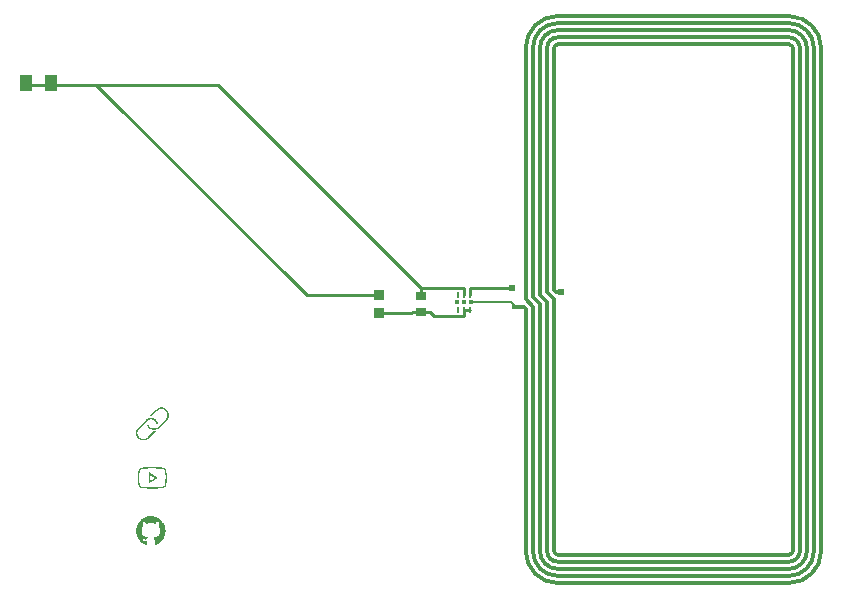
<source format=gtl>
G04 Layer: TopLayer*
G04 EasyEDA v6.5.34, 2023-09-01 08:25:12*
G04 cc2bbb75409f4265bb42bba671d4d825,5105ad0bdac541d6bd466d525955c20a,10*
G04 Gerber Generator version 0.2*
G04 Scale: 100 percent, Rotated: No, Reflected: No *
G04 Dimensions in millimeters *
G04 leading zeros omitted , absolute positions ,4 integer and 5 decimal *
%FSLAX45Y45*%
%MOMM*%

%AMMACRO1*21,1,$1,$2,0,0,$3*%
%ADD10C,0.2540*%
%ADD11C,0.2030*%
%ADD12C,0.3000*%
%ADD13R,0.7500X0.3000*%
%ADD14R,0.9000X0.8000*%
%ADD15MACRO1,1X1.3995X0.0000*%
%ADD16R,1.0000X1.3995*%
%ADD17MACRO1,0.864X0.8065X0.0000*%
%ADD18R,0.8640X0.8065*%
%ADD19R,0.2800X0.5000*%
%ADD20R,0.4500X0.3000*%
%ADD21R,0.3000X0.3000*%
%ADD22C,0.6100*%
%ADD23C,0.6096*%
%ADD24C,0.0117*%

%LPD*%
G36*
X3060801Y-4361180D02*
G01*
X3049473Y-4361688D01*
X3043936Y-4362297D01*
X3033064Y-4364278D01*
X3022549Y-4367225D01*
X3012440Y-4370984D01*
X3002788Y-4375607D01*
X2993593Y-4381042D01*
X2984957Y-4387189D01*
X2980791Y-4390542D01*
X2973019Y-4397756D01*
X2965856Y-4405630D01*
X2959404Y-4414062D01*
X2953613Y-4423054D01*
X2948635Y-4432554D01*
X2944469Y-4442510D01*
X2941116Y-4452924D01*
X2939796Y-4458258D01*
X2937865Y-4469231D01*
X2937205Y-4474819D01*
X2936697Y-4486198D01*
X2936849Y-4492091D01*
X2937256Y-4497882D01*
X2937916Y-4503623D01*
X2938830Y-4509312D01*
X2941370Y-4520336D01*
X2944926Y-4530953D01*
X2949295Y-4541164D01*
X2954578Y-4550867D01*
X2960624Y-4560011D01*
X2967482Y-4568545D01*
X2971139Y-4572609D01*
X2979013Y-4580178D01*
X2987497Y-4587036D01*
X2996590Y-4593132D01*
X3001314Y-4595926D01*
X3011220Y-4600803D01*
X3021533Y-4604766D01*
X3025495Y-4604816D01*
X3028086Y-4603496D01*
X3029508Y-4601311D01*
X3029966Y-4598771D01*
X3029762Y-4575606D01*
X3018078Y-4577080D01*
X3008680Y-4576419D01*
X3001416Y-4574184D01*
X2995980Y-4570933D01*
X2992170Y-4567377D01*
X2989732Y-4564075D01*
X2983585Y-4551730D01*
X2979115Y-4546142D01*
X2975660Y-4543298D01*
X2974289Y-4542485D01*
X2969666Y-4538065D01*
X2970479Y-4535779D01*
X2973425Y-4534966D01*
X2975152Y-4534814D01*
X2983382Y-4537202D01*
X2989376Y-4541570D01*
X2993034Y-4545787D01*
X2998673Y-4553712D01*
X3003550Y-4557776D01*
X3008630Y-4560163D01*
X3013760Y-4561230D01*
X3018739Y-4561230D01*
X3023260Y-4560468D01*
X3027222Y-4559300D01*
X3030372Y-4558030D01*
X3031540Y-4552442D01*
X3033369Y-4547768D01*
X3035655Y-4544060D01*
X3038195Y-4541266D01*
X3027883Y-4539742D01*
X3022752Y-4538573D01*
X3017774Y-4537151D01*
X3012897Y-4535322D01*
X3008223Y-4533138D01*
X3003804Y-4530445D01*
X2999638Y-4527346D01*
X2995777Y-4523638D01*
X2992323Y-4519422D01*
X2989275Y-4514545D01*
X2986684Y-4509058D01*
X2984550Y-4502861D01*
X2983026Y-4495901D01*
X2982010Y-4488129D01*
X2981706Y-4479544D01*
X2982620Y-4469790D01*
X2985160Y-4460951D01*
X2989173Y-4453026D01*
X2994456Y-4446016D01*
X2993136Y-4441952D01*
X2992069Y-4434738D01*
X2992424Y-4424883D01*
X2995676Y-4412945D01*
X2997657Y-4412640D01*
X3000248Y-4412742D01*
X3003854Y-4413300D01*
X3008579Y-4414621D01*
X3014472Y-4416958D01*
X3021533Y-4420565D01*
X3029762Y-4425746D01*
X3034842Y-4424476D01*
X3045155Y-4422648D01*
X3055569Y-4421733D01*
X3060801Y-4421632D01*
X3068675Y-4421886D01*
X3076549Y-4422698D01*
X3084271Y-4423968D01*
X3091840Y-4425746D01*
X3100070Y-4420565D01*
X3107131Y-4416958D01*
X3112973Y-4414621D01*
X3117748Y-4413300D01*
X3121355Y-4412742D01*
X3123895Y-4412640D01*
X3125927Y-4412945D01*
X3129127Y-4424883D01*
X3129534Y-4434738D01*
X3128416Y-4441952D01*
X3127146Y-4446016D01*
X3132531Y-4453026D01*
X3136544Y-4460951D01*
X3139033Y-4469790D01*
X3139897Y-4479544D01*
X3139541Y-4488129D01*
X3138576Y-4495901D01*
X3137052Y-4502810D01*
X3134918Y-4509008D01*
X3132328Y-4514545D01*
X3129280Y-4519371D01*
X3125774Y-4523587D01*
X3121964Y-4527245D01*
X3117748Y-4530394D01*
X3113328Y-4533036D01*
X3108655Y-4535220D01*
X3103727Y-4537049D01*
X3098749Y-4538522D01*
X3093567Y-4539691D01*
X3083204Y-4541266D01*
X3086404Y-4544872D01*
X3089097Y-4549902D01*
X3090926Y-4556404D01*
X3091637Y-4564430D01*
X3091434Y-4598771D01*
X3091840Y-4601311D01*
X3093313Y-4603496D01*
X3095904Y-4604816D01*
X3099816Y-4604766D01*
X3110179Y-4600803D01*
X3120034Y-4595926D01*
X3129432Y-4590186D01*
X3138220Y-4583684D01*
X3146399Y-4576470D01*
X3150260Y-4572609D01*
X3157423Y-4564380D01*
X3163874Y-4555490D01*
X3169564Y-4546092D01*
X3174390Y-4536135D01*
X3178352Y-4525721D01*
X3181400Y-4514850D01*
X3182569Y-4509312D01*
X3183483Y-4503623D01*
X3184144Y-4497882D01*
X3184550Y-4492091D01*
X3184702Y-4486198D01*
X3184194Y-4474819D01*
X3183585Y-4469231D01*
X3181654Y-4458258D01*
X3180334Y-4452924D01*
X3177032Y-4442510D01*
X3172866Y-4432554D01*
X3167837Y-4423054D01*
X3165094Y-4418482D01*
X3158947Y-4409744D01*
X3152140Y-4401616D01*
X3144672Y-4394098D01*
X3136544Y-4387189D01*
X3127908Y-4381042D01*
X3118713Y-4375607D01*
X3109061Y-4370984D01*
X3098952Y-4367225D01*
X3088436Y-4364278D01*
X3077616Y-4362297D01*
X3072079Y-4361688D01*
G37*
G36*
X3072536Y-3947210D02*
G01*
X3044952Y-3947718D01*
X3019501Y-3949141D01*
X2997606Y-3951325D01*
X2988411Y-3952646D01*
X2980588Y-3954068D01*
X2976016Y-3955389D01*
X2971596Y-3957269D01*
X2967532Y-3959656D01*
X2963926Y-3962501D01*
X2960725Y-3965854D01*
X2958134Y-3969664D01*
X2956153Y-3973931D01*
X2954934Y-3978656D01*
X2953258Y-3990187D01*
X2951784Y-4004106D01*
X2950718Y-4020312D01*
X2950311Y-4038600D01*
X2961741Y-4038600D01*
X2962148Y-4020210D01*
X2963214Y-4004411D01*
X2964637Y-3991305D01*
X2966313Y-3980942D01*
X2969260Y-3974084D01*
X2974187Y-3969562D01*
X2979318Y-3966870D01*
X2982874Y-3965498D01*
X2990646Y-3964076D01*
X2999790Y-3962755D01*
X3021279Y-3960571D01*
X3046018Y-3959148D01*
X3072536Y-3958640D01*
X3087573Y-3958793D01*
X3101746Y-3959199D01*
X3114954Y-3959860D01*
X3138068Y-3961688D01*
X3156000Y-3963822D01*
X3162757Y-3964940D01*
X3168802Y-3967276D01*
X3173831Y-3970731D01*
X3177489Y-3975150D01*
X3179318Y-3980332D01*
X3181654Y-3994251D01*
X3183483Y-4008577D01*
X3184652Y-4023156D01*
X3185058Y-4038041D01*
X3184245Y-4055567D01*
X3182823Y-4071315D01*
X3181096Y-4085082D01*
X3179318Y-4096867D01*
X3176524Y-4103674D01*
X3171698Y-4108196D01*
X3166567Y-4110888D01*
X3162757Y-4112260D01*
X3154426Y-4113733D01*
X3144977Y-4115054D01*
X3134563Y-4116222D01*
X3111500Y-4118000D01*
X3099155Y-4118610D01*
X3073654Y-4119118D01*
X3054451Y-4118864D01*
X3041853Y-4118457D01*
X3018078Y-4116933D01*
X3007207Y-4115866D01*
X2997301Y-4114596D01*
X2988513Y-4113123D01*
X2984601Y-4112260D01*
X2978556Y-4109923D01*
X2973527Y-4106468D01*
X2969920Y-4102049D01*
X2968040Y-4096867D01*
X2966466Y-4090619D01*
X2965145Y-4083964D01*
X2964027Y-4076954D01*
X2963164Y-4069638D01*
X2962097Y-4054348D01*
X2961741Y-4038600D01*
X2950311Y-4038600D01*
X2950718Y-4056786D01*
X2951835Y-4072890D01*
X2953461Y-4086809D01*
X2955442Y-4098544D01*
X2956712Y-4103115D01*
X2958693Y-4107281D01*
X2961284Y-4111091D01*
X2964484Y-4114495D01*
X2968142Y-4117390D01*
X2972155Y-4119829D01*
X2976524Y-4121759D01*
X2981147Y-4123131D01*
X2989326Y-4124553D01*
X2998673Y-4125874D01*
X3020517Y-4128058D01*
X3045663Y-4129481D01*
X3073095Y-4129989D01*
X3100578Y-4129481D01*
X3125724Y-4128058D01*
X3147568Y-4125874D01*
X3156915Y-4124553D01*
X3165043Y-4123131D01*
X3169666Y-4121810D01*
X3174034Y-4119930D01*
X3178098Y-4117543D01*
X3181756Y-4114698D01*
X3184956Y-4111345D01*
X3187547Y-4107535D01*
X3189528Y-4103268D01*
X3190748Y-4098544D01*
X3192526Y-4086707D01*
X3194253Y-4072585D01*
X3195675Y-4056329D01*
X3196488Y-4038041D01*
X3195980Y-4019753D01*
X3194659Y-4003497D01*
X3192830Y-3989374D01*
X3190748Y-3977487D01*
X3189528Y-3972966D01*
X3187547Y-3968750D01*
X3184956Y-3964940D01*
X3181756Y-3961587D01*
X3178098Y-3958640D01*
X3174034Y-3956202D01*
X3169666Y-3954272D01*
X3165043Y-3952951D01*
X3147466Y-3950817D01*
X3125419Y-3948988D01*
X3100120Y-3947718D01*
G37*
G36*
X3041700Y-3992930D02*
G01*
X3041700Y-4012336D01*
X3053130Y-4012336D01*
X3098800Y-4038600D01*
X3053130Y-4064863D01*
X3053130Y-4012336D01*
X3041700Y-4012336D01*
X3041700Y-4084269D01*
X3121660Y-4038600D01*
G37*
G36*
X3149600Y-3441700D02*
G01*
X3143504Y-3442004D01*
X3137458Y-3442868D01*
X3131515Y-3444290D01*
X3125724Y-3446322D01*
X3120085Y-3448964D01*
X3114649Y-3452164D01*
X3109518Y-3455924D01*
X3104692Y-3460292D01*
X3045561Y-3519424D01*
X3053029Y-3518306D01*
X3060649Y-3517950D01*
X3064916Y-3518052D01*
X3113684Y-3469284D01*
X3118866Y-3464712D01*
X3124504Y-3461004D01*
X3130499Y-3458108D01*
X3136696Y-3456025D01*
X3143097Y-3454806D01*
X3149600Y-3454400D01*
X3156102Y-3454806D01*
X3162503Y-3456025D01*
X3168700Y-3458108D01*
X3174695Y-3461004D01*
X3180334Y-3464712D01*
X3185515Y-3469284D01*
X3190087Y-3474465D01*
X3193796Y-3480104D01*
X3196691Y-3486099D01*
X3198774Y-3492296D01*
X3199993Y-3498697D01*
X3200400Y-3505200D01*
X3199993Y-3511702D01*
X3198774Y-3518103D01*
X3196691Y-3524300D01*
X3193796Y-3530295D01*
X3190087Y-3535934D01*
X3185515Y-3541115D01*
X3122015Y-3604564D01*
X3116834Y-3609136D01*
X3111195Y-3612845D01*
X3105251Y-3615740D01*
X3099003Y-3617823D01*
X3092602Y-3619042D01*
X3086150Y-3619449D01*
X3079648Y-3619042D01*
X3073247Y-3617823D01*
X3066999Y-3615740D01*
X3061055Y-3612845D01*
X3055416Y-3609136D01*
X3050235Y-3604564D01*
X3045764Y-3599535D01*
X3042158Y-3594100D01*
X3039262Y-3588308D01*
X3037179Y-3582263D01*
X3027172Y-3592271D01*
X3029813Y-3597960D01*
X3033014Y-3603447D01*
X3036824Y-3608679D01*
X3041243Y-3613556D01*
X3046069Y-3617925D01*
X3051200Y-3621684D01*
X3056585Y-3624884D01*
X3062224Y-3627526D01*
X3068066Y-3629558D01*
X3074009Y-3630980D01*
X3080054Y-3631844D01*
X3086150Y-3632149D01*
X3092196Y-3631844D01*
X3098241Y-3630980D01*
X3104184Y-3629558D01*
X3110026Y-3627526D01*
X3115665Y-3624884D01*
X3121050Y-3621684D01*
X3126181Y-3617925D01*
X3131007Y-3613556D01*
X3194507Y-3550107D01*
X3198876Y-3545281D01*
X3202635Y-3540150D01*
X3205835Y-3534714D01*
X3208426Y-3529076D01*
X3210458Y-3523284D01*
X3211931Y-3517341D01*
X3212795Y-3511296D01*
X3213100Y-3505200D01*
X3212795Y-3499104D01*
X3211931Y-3493058D01*
X3210458Y-3487115D01*
X3208426Y-3481273D01*
X3205835Y-3475634D01*
X3202635Y-3470249D01*
X3198876Y-3465118D01*
X3194507Y-3460292D01*
X3189681Y-3455924D01*
X3184550Y-3452164D01*
X3179165Y-3448964D01*
X3173526Y-3446322D01*
X3167684Y-3444290D01*
X3161741Y-3442868D01*
X3155696Y-3442004D01*
G37*
G36*
X3060649Y-3530650D02*
G01*
X3054604Y-3530904D01*
X3048558Y-3531819D01*
X3042564Y-3533241D01*
X3036773Y-3535273D01*
X3031134Y-3537915D01*
X3025698Y-3541115D01*
X3020568Y-3544874D01*
X3015742Y-3549243D01*
X2952292Y-3612692D01*
X2947924Y-3617518D01*
X2944164Y-3622649D01*
X2940964Y-3628085D01*
X2938373Y-3633724D01*
X2936290Y-3639515D01*
X2934868Y-3645458D01*
X2934004Y-3651504D01*
X2933700Y-3657600D01*
X2934004Y-3663696D01*
X2934868Y-3669741D01*
X2936290Y-3675684D01*
X2938373Y-3681526D01*
X2940964Y-3687114D01*
X2944164Y-3692550D01*
X2947924Y-3697681D01*
X2952292Y-3702507D01*
X2957118Y-3706876D01*
X2962249Y-3710635D01*
X2967634Y-3713835D01*
X2973273Y-3716426D01*
X2979115Y-3718458D01*
X2985058Y-3719931D01*
X2991104Y-3720795D01*
X2997200Y-3721100D01*
X3003296Y-3720795D01*
X3009341Y-3719931D01*
X3015284Y-3718458D01*
X3021076Y-3716426D01*
X3026714Y-3713835D01*
X3032150Y-3710635D01*
X3037281Y-3706876D01*
X3042056Y-3702507D01*
X3101238Y-3643376D01*
X3093770Y-3644493D01*
X3086150Y-3644849D01*
X3081883Y-3644747D01*
X3033115Y-3693515D01*
X3027883Y-3698087D01*
X3022295Y-3701796D01*
X3016300Y-3704691D01*
X3010103Y-3706723D01*
X3003702Y-3707993D01*
X2997200Y-3708400D01*
X2990697Y-3707993D01*
X2984296Y-3706774D01*
X2978099Y-3704691D01*
X2972104Y-3701796D01*
X2966466Y-3698087D01*
X2961284Y-3693515D01*
X2956712Y-3688334D01*
X2953004Y-3682695D01*
X2950108Y-3676700D01*
X2948025Y-3670503D01*
X2946806Y-3664102D01*
X2946400Y-3657600D01*
X2946806Y-3651097D01*
X2948025Y-3644696D01*
X2950108Y-3638499D01*
X2953004Y-3632504D01*
X2956712Y-3626865D01*
X2961284Y-3621684D01*
X3024733Y-3558184D01*
X3029966Y-3553663D01*
X3035554Y-3549954D01*
X3041548Y-3547059D01*
X3047796Y-3544976D01*
X3054197Y-3543757D01*
X3060649Y-3543300D01*
X3067151Y-3543757D01*
X3073552Y-3544976D01*
X3079800Y-3547059D01*
X3085744Y-3549954D01*
X3091383Y-3553663D01*
X3096564Y-3558184D01*
X3100984Y-3563213D01*
X3104642Y-3568649D01*
X3107537Y-3574389D01*
X3109620Y-3580434D01*
X3119628Y-3570478D01*
X3116986Y-3564737D01*
X3113786Y-3559301D01*
X3109976Y-3554120D01*
X3105556Y-3549243D01*
X3100730Y-3544874D01*
X3095599Y-3541115D01*
X3090214Y-3537915D01*
X3084576Y-3535273D01*
X3078734Y-3533241D01*
X3072790Y-3531819D01*
X3066745Y-3530904D01*
G37*
D10*
X4991100Y-2490063D02*
G01*
X4379823Y-2490063D01*
X2599608Y-711200D01*
X2565400Y-711200D01*
X2015997Y-711200D02*
G01*
X2563875Y-711200D01*
X2565372Y-711200D01*
D11*
X6151397Y-2592400D02*
G01*
X6111692Y-2552694D01*
X5774992Y-2552694D01*
D10*
X5715000Y-2434742D02*
G01*
X5707684Y-2427427D01*
X5346700Y-2427427D01*
X5715000Y-2487701D02*
G01*
X5715000Y-2434742D01*
X5346700Y-2495397D02*
G01*
X5346700Y-2427427D01*
X2225929Y-711200D02*
G01*
X3630470Y-711200D01*
X5346700Y-2427429D01*
X5764987Y-2617698D02*
G01*
X5715000Y-2617698D01*
X5346700Y-2635402D02*
G01*
X5419674Y-2635402D01*
X5715000Y-2670657D02*
G01*
X5713095Y-2672562D01*
X5456834Y-2672562D01*
X5419674Y-2635402D01*
X5715000Y-2617698D02*
G01*
X5715000Y-2670657D01*
X4991100Y-2640736D02*
G01*
X5268391Y-2640736D01*
X5273725Y-2635402D01*
X5346700Y-2635402D02*
G01*
X5273725Y-2635402D01*
X6532397Y-2465400D02*
G01*
X6491401Y-2465400D01*
X6474891Y-2448890D01*
X6474891Y-398906D01*
X6474993Y-396443D01*
X6475298Y-393979D01*
X6475806Y-391566D01*
X6476491Y-389204D01*
X6477406Y-386918D01*
X6478473Y-384682D01*
X6479743Y-382574D01*
X6481165Y-380568D01*
X6482740Y-378663D01*
X6484493Y-376910D01*
X6486372Y-375310D01*
X6488353Y-373862D01*
X6490487Y-372592D01*
X6492697Y-371500D01*
X6494983Y-370586D01*
X6497345Y-369874D01*
X6499758Y-369341D01*
X6502196Y-369036D01*
X6504660Y-368909D01*
X6504914Y-368909D01*
X5764987Y-2487701D02*
G01*
X5764987Y-2434742D01*
X5764987Y-2434742D02*
G01*
X6114592Y-2434742D01*
D12*
X8494902Y-4658893D02*
G01*
X8494902Y-398906D01*
X8554897Y-4658893D02*
G01*
X8554897Y-398906D01*
X8614892Y-4658893D02*
G01*
X8614892Y-398906D01*
X8674887Y-4658893D02*
G01*
X8674887Y-398906D01*
X8734907Y-4658893D02*
G01*
X8734907Y-398906D01*
X6504914Y-4688890D02*
G01*
X8464905Y-4688890D01*
X6504914Y-4748885D02*
G01*
X8464905Y-4748885D01*
X6504914Y-4808905D02*
G01*
X8464905Y-4808905D01*
X6504914Y-4868900D02*
G01*
X8464905Y-4868900D01*
X6504914Y-4928895D02*
G01*
X8464905Y-4928895D01*
X6504914Y-368909D02*
G01*
X8464905Y-368909D01*
X6504914Y-308914D02*
G01*
X8464905Y-308914D01*
X6504914Y-248894D02*
G01*
X8464905Y-248894D01*
X6504914Y-188899D02*
G01*
X8464905Y-188899D01*
X6504914Y-128904D02*
G01*
X8464905Y-128904D01*
X6474891Y-4658893D02*
G01*
X6474891Y-2528900D01*
X6414897Y-2468905D01*
X6414897Y-398906D01*
X6354902Y-4658893D02*
G01*
X6354902Y-2568905D01*
X6294907Y-2508910D01*
X6294907Y-398906D01*
X6414897Y-4658893D02*
G01*
X6414897Y-2548889D01*
X6354902Y-2488895D01*
X6354902Y-398906D01*
X6294907Y-4658893D02*
G01*
X6294907Y-2588895D01*
X6234912Y-2528900D01*
X6234912Y-398906D01*
X6474891Y-398906D02*
G01*
X6474891Y-2448890D01*
X6491401Y-2465400D01*
X6532397Y-2465400D01*
X6138697Y-2592400D02*
G01*
X6151397Y-2592400D01*
X6218402Y-2592400D01*
X6234912Y-2608910D01*
X6234912Y-4658893D01*
D13*
G01*
X6151397Y-2592400D03*
D14*
G01*
X5346700Y-2635402D03*
G01*
X5346700Y-2495397D03*
D15*
G01*
X2213229Y-698500D03*
D16*
G01*
X2003170Y-698500D03*
D17*
G01*
X4991100Y-2640724D03*
D18*
G01*
X4991100Y-2490063D03*
D19*
G01*
X5764987Y-2487701D03*
G01*
X5715000Y-2487701D03*
G01*
X5665012Y-2487701D03*
D20*
G01*
X5655005Y-2552700D03*
D19*
G01*
X5664987Y-2617698D03*
G01*
X5715000Y-2617698D03*
G01*
X5764987Y-2617698D03*
D20*
G01*
X5774994Y-2552700D03*
D21*
G01*
X5715000Y-2552700D03*
D12*
G75*
G01*
X6474892Y-398907D02*
G02*
X6504915Y-368910I29997J0D01*
G75*
G01*
X6414897Y-398907D02*
G02*
X6504915Y-308915I89992J0D01*
G75*
G01*
X6354902Y-398907D02*
G02*
X6504915Y-248895I149987J25D01*
G75*
G01*
X6294907Y-398907D02*
G02*
X6504915Y-188900I210008J0D01*
G75*
G01*
X6234913Y-398907D02*
G02*
X6504915Y-128905I270002J0D01*
G75*
G01*
X6474892Y-4658893D02*
G03*
X6504915Y-4688891I29997J0D01*
G75*
G01*
X6414897Y-4658893D02*
G03*
X6504915Y-4748886I89992J0D01*
G75*
G01*
X6354902Y-4658893D02*
G03*
X6504915Y-4808906I149987J-26D01*
G75*
G01*
X6294907Y-4658893D02*
G03*
X6504915Y-4868901I210008J0D01*
G75*
G01*
X6234913Y-4658893D02*
G03*
X6504915Y-4928895I270002J0D01*
G75*
G01*
X8494903Y-4658893D02*
G02*
X8464906Y-4688891I-29997J0D01*
G75*
G01*
X8554898Y-4658893D02*
G02*
X8464906Y-4748886I-89992J0D01*
G75*
G01*
X8614893Y-4658893D02*
G02*
X8464906Y-4808906I-149987J-26D01*
G75*
G01*
X8674887Y-4658893D02*
G02*
X8464906Y-4868901I-210007J0D01*
G75*
G01*
X8734908Y-4658893D02*
G02*
X8464906Y-4928895I-270002J0D01*
G75*
G01*
X8494903Y-398907D02*
G03*
X8464906Y-368910I-29997J0D01*
G75*
G01*
X8554898Y-398907D02*
G03*
X8464906Y-308915I-89992J0D01*
G75*
G01*
X8614893Y-398907D02*
G03*
X8464906Y-248895I-149987J25D01*
G75*
G01*
X8674887Y-398907D02*
G03*
X8464906Y-188900I-210007J0D01*
G75*
G01*
X8734908Y-398907D02*
G03*
X8464906Y-128905I-270002J0D01*
D22*
G01*
X6532397Y-2465400D03*
D23*
G01*
X6114592Y-2434742D03*
M02*

</source>
